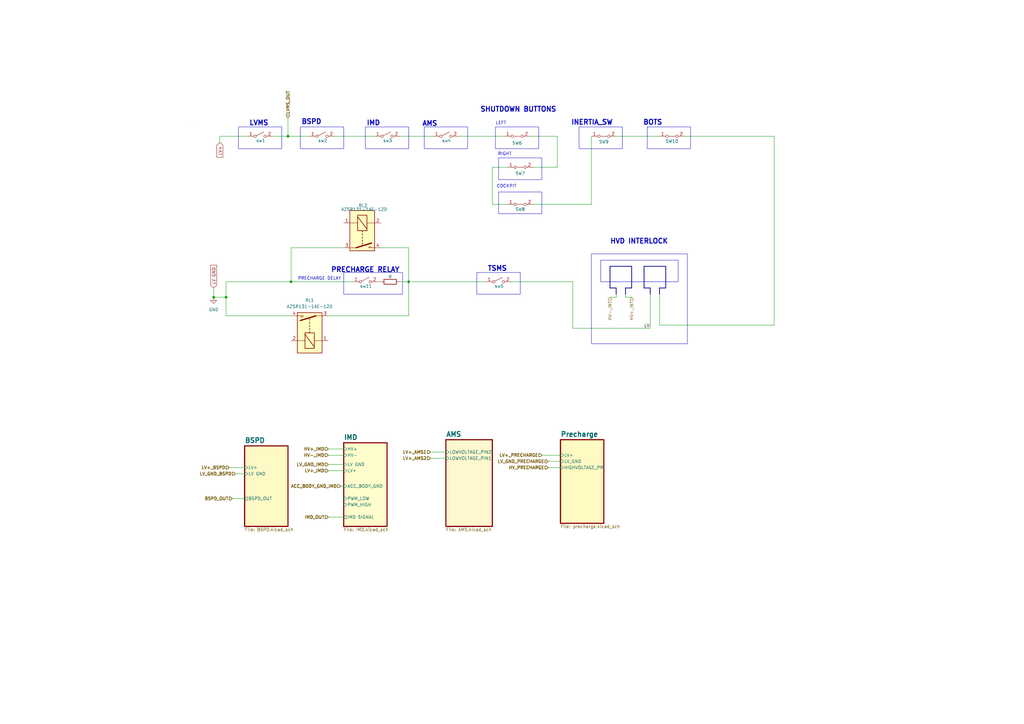
<source format=kicad_sch>
(kicad_sch (version 20231120) (generator "eeschema") (generator_version "8.0")
  (paper "A3")
  (lib_symbols
    (symbol "Device:R" (pin_numbers hide) (pin_names (offset 0))
      (property "Reference" "R" (at 2.032 0 90))
      (property "Value" "R" (at 0 0 90))
      (symbol "R_0_1"
        (rectangle (start -1.016 -2.54) (end 1.016 2.54) (stroke (width 0.254)))
      )
      (symbol "R_1_1"
        (pin passive line (at 0 3.81 270) (length 1.27) (name "~") (number "1"))
        (pin passive line (at 0 -3.81 90) (length 1.27) (name "~") (number "2"))
      )
    )
    (symbol "Relay:AZSR131-1AE-12D"
      (property "Reference" "RL2" (at 12.065 0 90))
      (property "Value" "AZSR131-1AE-12D" (at 9.525 0 90))
      (symbol "AZSR131-1AE-12D_0_0"
        (polyline (pts (xy 5.08 5.08) (xy 5.08 2.54) (xy 4.445 3.175) (xy 5.08 3.81)))
      )
      (symbol "AZSR131-1AE-12D_0_1"
        (rectangle (start -10.16 5.08) (end 6.35 -5.08) (stroke (width 0.254)) (fill (type background)))
        (rectangle (start -8.255 1.905) (end -1.905 -1.905) (stroke (width 0.254)))
        (polyline (pts (xy -7.62 -1.905) (xy -2.54 1.905)) (stroke (width 0.254)))
        (polyline (pts (xy -5.08 -5.08) (xy -5.08 -1.905)))
        (polyline (pts (xy -5.08 5.08) (xy -5.08 1.905)))
        (polyline (pts (xy -1.905 0) (xy -1.27 0)) (stroke (width 0.254)))
        (polyline (pts (xy -0.635 0) (xy 0 0)) (stroke (width 0.254)))
        (polyline (pts (xy 0.635 0) (xy 1.27 0)) (stroke (width 0.254)))
        (polyline (pts (xy 1.905 0) (xy 2.54 0)) (stroke (width 0.254)))
        (polyline (pts (xy 3.175 0) (xy 3.81 0)) (stroke (width 0.254)))
        (polyline (pts (xy 5.08 -2.54) (xy 3.175 3.81)) (stroke (width 0.508)))
        (polyline (pts (xy 5.08 -2.54) (xy 5.08 -5.08)))
      )
      (symbol "AZSR131-1AE-12D_1_1"
        (pin passive line (at -5.08 -7.62 90) (length 2.54) (name "~") (number "1"))
        (pin passive line (at -5.08 7.62 270) (length 2.54) (name "~") (number "2"))
        (pin passive line (at 5.08 -7.62 90) (length 2.54) (name "~") (number "3"))
        (pin passive line (at 5.08 7.62 270) (length 2.54) (name "~") (number "4"))
      )
    )
    (symbol "SW_SPST_1" (pin_names (offset 0) hide)
      (property "Reference" "SW" (at 0 3.175 0))
      (property "Value" "SW_SPST" (at 0 -2.54 0))
      (symbol "SW_SPST_1_0_0"
        (circle (center -2.032 0) (radius 0.508))
        (circle (center 2.032 0) (radius 0.508))
      )
      (symbol "SW_SPST_1_0_1"
        (polyline (pts (xy -1.27 0) (xy -1.27 0)))
        (polyline (pts (xy -1.27 0) (xy -1.27 0)))
        (polyline (pts (xy -1.27 0) (xy -1.27 0)))
        (polyline (pts (xy -1.27 0) (xy 1.27 0)))
        (polyline (pts (xy 10.16 5.08) (xy 10.16 5.08)))
      )
      (symbol "SW_SPST_1_1_1"
        (pin passive line (at -5.08 0 0) (length 2.54) (name "A") (number "1"))
        (pin passive line (at 5.08 0 180) (length 2.54) (name "B") (number "2"))
      )
    )
    (symbol "Switch:SW_SPST" (pin_names (offset 0) hide)
      (property "Reference" "SW" (at 0 3.175 0))
      (property "Value" "SW_SPST" (at 0 -2.54 0))
      (symbol "SW_SPST_0_0"
        (circle (center -2.032 0) (radius 0.508))
        (polyline (pts (xy -1.524 0.254) (xy 1.524 1.778)))
        (circle (center 2.032 0) (radius 0.508))
      )
      (symbol "SW_SPST_1_1"
        (pin passive line (at -5.08 0 0) (length 2.54) (name "A") (number "1"))
        (pin passive line (at 5.08 0 180) (length 2.54) (name "B") (number "2"))
      )
    )
    (symbol "power:GND" (power) (pin_numbers hide) (pin_names (offset 0) hide)
      (property "Value" "GND" (at 0 -3.81 0))
      (symbol "GND_0_1"
        (polyline (pts (xy 0 0) (xy 0 -1.27) (xy 1.27 -1.27) (xy 0 -2.54) (xy -1.27 -1.27) (xy 0 -1.27)))
      )
      (symbol "GND_1_1"
        (pin power_in line (at 0 0 270) (length 0) (name "~") (number "1"))
      )
    )
  )
  (junction (at 119.38 115.57))
  (junction (at 118.11 55.88))
  (junction (at 87.63 121.92))
  (junction (at 167.64 115.57))
  (junction (at 92.71 121.92))
  (wire (pts (xy 280.67 55.88) (xy 317.5 55.88)))
  (wire (pts (xy 218.44 83.82) (xy 242.57 83.82)))
  (wire (pts (xy 134.62 190.5) (xy 140.97 190.5)))
  (wire (pts (xy 87.63 121.92) (xy 92.71 121.92)))
  (wire (pts (xy 176.53 185.42) (xy 182.88 185.42)))
  (wire (pts (xy 92.71 121.92) (xy 92.71 129.54)))
  (wire (pts (xy 317.5 133.35) (xy 270.51 133.35)))
  (wire (pts (xy 201.93 68.58) (xy 208.28 68.58)))
  (wire (pts (xy 134.62 186.69) (xy 140.97 186.69)))
  (bus (pts (xy 259.08 118.11) (xy 259.08 109.22)))
  (bus (pts (xy 270.51 118.11) (xy 270.51 120.65)))
  (wire (pts (xy 118.11 48.26) (xy 118.11 55.88)))
  (bus (pts (xy 250.19 118.11) (xy 252.73 118.11)))
  (wire (pts (xy 119.38 115.57) (xy 92.71 115.57)))
  (wire (pts (xy 95.25 204.47) (xy 100.33 204.47)))
  (wire (pts (xy 119.38 115.57) (xy 144.78 115.57)))
  (wire (pts (xy 201.93 83.82) (xy 208.28 83.82)))
  (wire (pts (xy 134.62 193.04) (xy 140.97 193.04)))
  (bus (pts (xy 273.05 118.11) (xy 270.51 118.11)))
  (wire (pts (xy 119.38 101.6) (xy 140.97 101.6)))
  (wire (pts (xy 137.16 55.88) (xy 153.67 55.88)))
  (wire (pts (xy 111.76 55.88) (xy 118.11 55.88)))
  (wire (pts (xy 252.73 55.88) (xy 270.51 55.88)))
  (wire (pts (xy 250.19 121.92) (xy 252.73 121.92)))
  (bus (pts (xy 259.08 118.11) (xy 256.54 118.11)))
  (wire (pts (xy 167.64 115.57) (xy 167.64 101.6)))
  (wire (pts (xy 156.21 101.6) (xy 167.64 101.6)))
  (wire (pts (xy 242.57 83.82) (xy 242.57 55.88)))
  (wire (pts (xy 92.71 115.57) (xy 92.71 121.92)))
  (wire (pts (xy 167.64 129.54) (xy 134.62 129.54)))
  (wire (pts (xy 270.51 120.65) (xy 270.51 133.35)))
  (wire (pts (xy 224.79 189.23) (xy 229.87 189.23)))
  (wire (pts (xy 119.38 101.6) (xy 119.38 115.57)))
  (bus (pts (xy 273.05 118.11) (xy 273.05 109.22)))
  (wire (pts (xy 134.62 184.15) (xy 140.97 184.15)))
  (wire (pts (xy 118.11 55.88) (xy 127 55.88)))
  (wire (pts (xy 90.17 55.88) (xy 101.6 55.88)))
  (wire (pts (xy 266.7 120.65) (xy 266.7 134.62)))
  (wire (pts (xy 228.6 68.58) (xy 218.44 68.58)))
  (wire (pts (xy 176.53 187.96) (xy 182.88 187.96)))
  (wire (pts (xy 228.6 55.88) (xy 217.17 55.88)))
  (wire (pts (xy 234.95 115.57) (xy 234.95 134.62)))
  (bus (pts (xy 256.54 118.11) (xy 256.54 120.65)))
  (wire (pts (xy 234.95 134.62) (xy 266.7 134.62)))
  (wire (pts (xy 224.79 191.77) (xy 229.87 191.77)))
  (wire (pts (xy 87.63 118.11) (xy 87.63 121.92)))
  (wire (pts (xy 92.71 129.54) (xy 119.38 129.54)))
  (wire (pts (xy 222.25 186.69) (xy 229.87 186.69)))
  (wire (pts (xy 163.83 115.57) (xy 167.64 115.57)))
  (bus (pts (xy 264.16 109.22) (xy 264.16 118.11)))
  (wire (pts (xy 90.17 58.42) (xy 90.17 55.88)))
  (wire (pts (xy 256.54 120.65) (xy 256.54 121.92)))
  (wire (pts (xy 163.83 55.88) (xy 177.8 55.88)))
  (bus (pts (xy 259.08 109.22) (xy 250.19 109.22)))
  (wire (pts (xy 187.96 55.88) (xy 207.01 55.88)))
  (wire (pts (xy 252.73 121.92) (xy 252.73 120.65)))
  (bus (pts (xy 266.7 118.11) (xy 266.7 120.65)))
  (bus (pts (xy 273.05 109.22) (xy 264.16 109.22)))
  (wire (pts (xy 134.62 212.09) (xy 140.97 212.09)))
  (wire (pts (xy 228.6 68.58) (xy 228.6 55.88)))
  (wire (pts (xy 168.91 115.57) (xy 199.39 115.57)))
  (wire (pts (xy 317.5 55.88) (xy 317.5 133.35)))
  (wire (pts (xy 209.55 115.57) (xy 234.95 115.57)))
  (wire (pts (xy 93.98 191.77) (xy 100.33 191.77)))
  (bus (pts (xy 250.19 109.22) (xy 250.19 118.11)))
  (wire (pts (xy 167.64 115.57) (xy 167.64 129.54)))
  (bus (pts (xy 252.73 118.11) (xy 252.73 120.65)))
  (wire (pts (xy 139.7 199.39) (xy 140.97 199.39)))
  (wire (pts (xy 154.94 115.57) (xy 156.21 115.57)))
  (wire (pts (xy 201.93 68.58) (xy 201.93 83.82)))
  (wire (pts (xy 96.52 194.31) (xy 100.33 194.31)))
  (wire (pts (xy 256.54 121.92) (xy 259.08 121.92)))
  (bus (pts (xy 264.16 118.11) (xy 266.7 118.11)))
  (rectangle (start 78.74 49.53) (end 78.74 49.53))
  (rectangle (start 97.79 52.07) (end 115.57 60.96))
  (rectangle (start 203.2 52.07) (end 220.98 60.96))
  (rectangle (start 140.97 111.76) (end 165.1 120.65))
  (rectangle (start 246.38 106.68) (end 278.13 115.57))
  (rectangle (start 237.49 52.07) (end 255.27 60.96))
  (rectangle (start 204.47 78.74) (end 222.25 87.63))
  (rectangle (start 242.57 104.14) (end 281.94 140.97))
  (rectangle (start 173.99 52.07) (end 191.77 60.96))
  (rectangle (start 195.58 111.76) (end 213.36 120.65))
  (rectangle (start 123.19 52.07) (end 140.97 60.96))
  (rectangle (start 204.47 64.77) (end 222.25 73.66))
  (rectangle (start 149.86 52.07) (end 167.64 60.96))
  (rectangle (start 265.43 52.07) (end 283.21 60.96))
  (text "SHUTDOWN BUTTONS" (at 212.598 44.958 0) (effects (font (size 2 2) (bold yes))))
  (text "LEFT" (at 205.486 50.546 0) (effects (font (size 1.27 1.27))))
  (text "TSMS" (at 203.962 110.236 0) (effects (font (size 2 2) (bold yes))))
  (text "IMD" (at 153.162 50.546 0) (effects (font (size 2 2) (bold yes))))
  (text "BSPD" (at 127.762 50.038 0) (effects (font (size 2 2) (thickness 0.4) (bold yes))))
  (text "BOTS" (at 267.716 50.292 0) (effects (font (size 2 2) (bold yes))))
  (text "LVMS" (at 106.172 50.546 0) (effects (font (size 2 2) (bold yes))))
  (text "PRECHARGE DELAY" (at 131.064 114.3 0) (effects (font (size 1.27 1.27))))
  (text "RIGHT" (at 207.01 63.246 0) (effects (font (size 1.27 1.27))))
  (text "COCKPIT" (at 207.772 76.454 0) (effects (font (size 1.27 1.27))))
  (text "AMS" (at 176.276 50.8 0) (effects (font (size 2 2) (bold yes))))
  (text "HVD INTERLOCK" (at 262.128 99.06 0) (effects (font (size 2 2) (bold yes))))
  (text "INERTIA_SW" (at 242.824 50.292 0) (effects (font (size 2 2) (bold yes))))
  (text "PRECHARGE RELAY" (at 149.86 110.744 0) (effects (font (size 2 2) (bold yes))))
  (label "LV " (at 264.16 134.62 0))
  (global_label "LV+" (shape input) (at 90.17 58.42 270) (property "Intersheetrefs" "${INTERSHEET_REFS}" (effects (hide yes))))
  (global_label "LV GND" (shape input) (at 87.63 118.11 90) (property "Intersheetrefs" "${INTERSHEET_REFS}" (effects (hide yes))))
  (hierarchical_label "HV-_INT" (shape input) (at 250.19 121.92 270))
  (hierarchical_label "LV+_AMS1" (shape input) (at 176.53 185.42 180) (effects (font (bold yes))))
  (hierarchical_label "LV+_BSPD" (shape input) (at 93.98 191.77 180) (effects (font (bold yes))))
  (hierarchical_label "LV+_PRECHARGE" (shape input) (at 222.25 186.69 180) (effects (font (bold yes))))
  (hierarchical_label "HV+_INT" (shape input) (at 259.08 121.92 270))
  (hierarchical_label "IMD_OUT" (shape input) (at 134.62 212.09 180) (effects (font (bold yes))))
  (hierarchical_label "LV+_AMS2" (shape input) (at 176.53 187.96 180) (effects (font (bold yes))))
  (hierarchical_label "HV-_IMD" (shape input) (at 134.62 186.69 180) (effects (font (bold yes))))
  (hierarchical_label "BSPD_OUT" (shape input) (at 95.25 204.47 180) (effects (font (bold yes))))
  (hierarchical_label "LV+_IMD" (shape input) (at 134.62 193.04 180) (effects (font (bold yes))))
  (hierarchical_label "ACC_BODY_GND_IMD" (shape input) (at 139.7 199.39 180) (effects (font (bold yes))))
  (hierarchical_label "HV+_IMD" (shape input) (at 134.62 184.15 180) (effects (font (bold yes))))
  (hierarchical_label "LV_GND_PRECHARGE" (shape input) (at 224.79 189.23 180) (effects (font (bold yes))))
  (hierarchical_label "LV_GND_IMD" (shape input) (at 134.62 190.5 180) (effects (font (bold yes))))
  (hierarchical_label "LVMS_OUT" (shape input) (at 118.11 48.26 90) (effects (font (bold yes))))
  (hierarchical_label "HV_PRECHARGE" (shape input) (at 224.79 191.77 180) (effects (font (bold yes))))
  (hierarchical_label "LV_GND_BSPD" (shape input) (at 96.52 194.31 180) (effects (font (bold yes))))
  (symbol (lib_id "Switch:SW_SPST") (at 204.47 115.57 0) (unit 1)
    (property "Reference" "sw5" (at 204.724 117.348 0))
    (property "Value" "SW_SPST" (effects (hide yes)))
    (property "Description" "Single Pole Single Throw (SPST) switch" (effects (hide yes)))
  )
  (symbol (lib_id "Relay:AZSR131-1AE-12D") (at 127 134.62 90) (unit 1)
    (property "Reference" "RL1" (at 127 123.19 90))
    (property "Value" "AZSR131-1AE-12D" (at 127 125.73 90))
    (property "Footprint" "Relay_THT:Relay_SPST_Zettler-AZSR131" (effects (hide yes)))
    (property "Datasheet" "https://www.azettler.com/pdfs/azsr131.pdf" (effects (hide yes)))
    (property "Description" "SPST, Closing Contact, 277VAC 35A max, 12V DC coil voltage" (effects (hide yes)))
  )
  (symbol (lib_id "power:GND") (at 87.63 121.92 0) (unit 1)
    (property "Reference" "#PWR01" (effects (hide yes)))
    (property "Value" "GND" (at 87.63 127 0))
    (property "Description" "Power symbol creates a global label with name \"GND\" , ground" (effects (hide yes)))
  )
  (symbol (lib_id "Device:R") (at 160.02 115.57 90) (unit 1)
    (property "Reference" "R21" (effects (hide yes)))
    (property "Value" "R" (at 160.02 113.538 90))
    (property "Description" "Resistor" (effects (hide yes)))
  )
  (symbol (lib_id "Switch:SW_SPST") (at 106.68 55.88 0) (unit 1)
    (property "Reference" "sw1" (at 106.934 57.658 0))
    (property "Value" "SW_SPST" (effects (hide yes)))
    (property "Description" "Single Pole Single Throw (SPST) switch" (effects (hide yes)))
  )
  (symbol (lib_id "Switch:SW_SPST") (at 149.86 115.57 0) (unit 1)
    (property "Reference" "sw11" (at 150.114 117.348 0))
    (property "Value" "SW_SPST" (effects (hide yes)))
    (property "Description" "Single Pole Single Throw (SPST) switch" (effects (hide yes)))
  )
  (symbol (lib_name "SW_SPST_1") (lib_id "Switch:SW_SPST") (at 275.59 55.88 0) (unit 1)
    (property "Reference" "SW10" (at 275.59 57.912 0))
    (property "Value" "SW_SPST" (effects (hide yes)))
    (property "Datasheet" "NC" (effects (hide yes)))
  )
  (symbol (lib_id "Switch:SW_SPST") (at 182.88 55.88 0) (unit 1)
    (property "Reference" "sw4" (at 183.134 57.658 0))
    (property "Value" "SW_SPST" (effects (hide yes)))
    (property "Description" "Single Pole Single Throw (SPST) switch" (effects (hide yes)))
  )
  (symbol (lib_id "Relay:AZSR131-1AE-12D") (at 148.59 96.52 270) (unit 1)
    (property "Reference" "RL2" (at 148.844 84.328 90))
    (property "Value" "AZSR131-1AE-12D" (at 149.352 85.852 90))
    (property "Footprint" "Relay_THT:Relay_SPST_Zettler-AZSR131" (effects (hide yes)))
    (property "Datasheet" "https://www.azettler.com/pdfs/azsr131.pdf" (effects (hide yes)))
    (property "Description" "SPST, Closing Contact, 277VAC 35A max, 12V DC coil voltage" (effects (hide yes)))
  )
  (symbol (lib_id "Switch:SW_SPST") (at 132.08 55.88 0) (unit 1)
    (property "Reference" "sw2" (at 132.334 57.658 0))
    (property "Value" "SW_SPST" (effects (hide yes)))
    (property "Description" "Single Pole Single Throw (SPST) switch" (effects (hide yes)))
  )
  (symbol (lib_name "SW_SPST_1") (lib_id "Switch:SW_SPST") (at 213.36 83.82 0) (unit 1)
    (property "Reference" "SW8" (at 213.36 85.852 0))
    (property "Value" "SW_SPST" (effects (hide yes)))
    (property "Datasheet" "NC" (effects (hide yes)))
  )
  (symbol (lib_name "SW_SPST_1") (lib_id "Switch:SW_SPST") (at 247.65 55.88 0) (unit 1)
    (property "Reference" "SW9" (at 247.65 58.166 0))
    (property "Value" "SW_SPST" (effects (hide yes)))
    (property "Datasheet" "NC" (effects (hide yes)))
  )
  (symbol (lib_name "SW_SPST_1") (lib_id "Switch:SW_SPST") (at 212.09 55.88 0) (unit 1)
    (property "Reference" "SW6" (at 212.09 58.674 0))
    (property "Value" "SW_SPST" (effects (hide yes)))
    (property "Datasheet" "NC" (effects (hide yes)))
  )
  (symbol (lib_id "Switch:SW_SPST") (at 158.75 55.88 0) (unit 1)
    (property "Reference" "sw3" (at 159.004 57.658 0))
    (property "Value" "SW_SPST" (effects (hide yes)))
    (property "Description" "Single Pole Single Throw (SPST) switch" (effects (hide yes)))
  )
  (symbol (lib_name "SW_SPST_1") (lib_id "Switch:SW_SPST") (at 213.36 68.58 0) (unit 1)
    (property "Reference" "SW7" (at 213.36 71.12 0))
    (property "Value" "SW_SPST" (effects (hide yes)))
    (property "Datasheet" "NC" (effects (hide yes)))
  )
  (sheet (at 100.33 182.88) (size 17.78 33.02) (stroke (width 0.5)) (fill (color 255 249 198 1.0000))
    (property "Sheetname" "BSPD" (at 100.33 181.8034 0) (effects (font (size 2 2) (bold yes)) (justify left bottom)))
    (property "Sheetfile" "BSPD.kicad_sch" (at 100.33 216.4846 0) (effects (justify left top)))
    (pin "LV+ " input (at 100.33 191.77 180))
    (pin "LV GND" input (at 100.33 194.31 180))
    (pin "BSPD_OUT" output (at 100.33 204.47 180))
  )
  (sheet (at 229.87 180.34) (size 17.78 34.29) (stroke (width 0.5)) (fill (color 255 249 194 1.0000))
    (property "Sheetname" "Precharge" (at 229.87 179.2634 0) (effects (font (size 2 2) (bold yes)) (justify left bottom)))
    (property "Sheetfile" "precharge.kicad_sch" (at 229.87 215.2146 0) (effects (justify left top)))
    (pin "LV+" input (at 229.87 186.69 180))
    (pin "LV_GND" input (at 229.87 189.23 180))
    (pin "HIGHVOLTAGE_PR" input (at 229.87 191.77 180))
  )
  (sheet (at 140.97 181.61) (size 17.78 34.29) (stroke (width 0.5)) (fill (color 255 253 203 1.0000))
    (property "Sheetname" "IMD" (at 140.97 180.5334 0) (effects (font (size 2 2) (bold yes)) (justify left bottom)))
    (property "Sheetfile" "IMD.kicad_sch" (at 140.97 216.4846 0) (effects (justify left top)))
    (pin "LV GND " input (at 140.97 190.5 180))
    (pin "LV+ " input (at 140.97 193.04 180))
    (pin "ACC_BODY_GND " input (at 140.97 199.39 180))
    (pin "PWM_LOW" input (at 140.97 204.47 180))
    (pin "PWM_HIGH" input (at 140.97 207.01 180))
    (pin "IMD SIGNAL" output (at 140.97 212.09 180))
    (pin "HV+ " input (at 140.97 184.15 180))
    (pin "HV- " input (at 140.97 186.69 180))
  )
  (sheet (at 182.88 180.34) (size 19.05 35.56) (stroke (width 0.5)) (fill (color 255 248 207 1.0000))
    (property "Sheetname" "AMS" (at 182.88 179.2634 0) (effects (font (size 2 2) (bold yes)) (justify left bottom)))
    (property "Sheetfile" "AMS.kicad_sch" (at 182.88 216.4846 0) (effects (justify left top)))
    (pin "LOWVOLTAGE_PIN2" input (at 182.88 185.42 180))
    (pin "LOWVOLTAGE_PIN1" input (at 182.88 187.96 180))
  )
)
</source>
